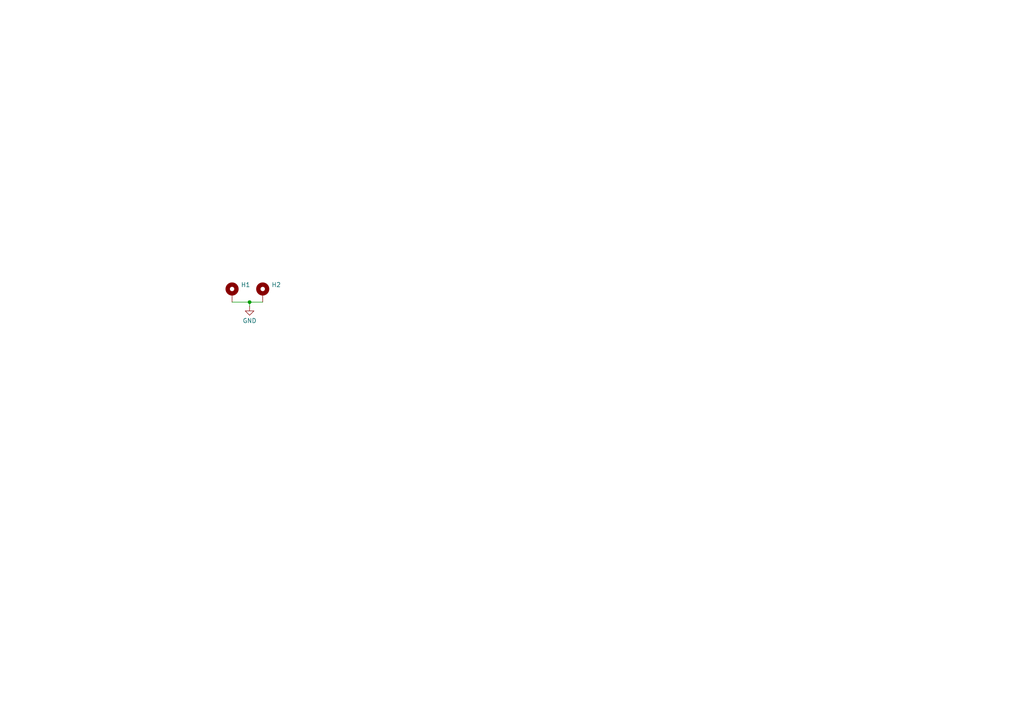
<source format=kicad_sch>
(kicad_sch
	(version 20231120)
	(generator "eeschema")
	(generator_version "8.0")
	(uuid "2a8d935a-315a-421f-a62b-248ab4ff1bc1")
	(paper "A4")
	(lib_symbols
		(symbol "Mechanical:MountingHole_Pad"
			(pin_numbers hide)
			(pin_names
				(offset 1.016) hide)
			(exclude_from_sim yes)
			(in_bom no)
			(on_board yes)
			(property "Reference" "H"
				(at 0 6.35 0)
				(effects
					(font
						(size 1.27 1.27)
					)
				)
			)
			(property "Value" "MountingHole_Pad"
				(at 0 4.445 0)
				(effects
					(font
						(size 1.27 1.27)
					)
				)
			)
			(property "Footprint" ""
				(at 0 0 0)
				(effects
					(font
						(size 1.27 1.27)
					)
					(hide yes)
				)
			)
			(property "Datasheet" "~"
				(at 0 0 0)
				(effects
					(font
						(size 1.27 1.27)
					)
					(hide yes)
				)
			)
			(property "Description" "Mounting Hole with connection"
				(at 0 0 0)
				(effects
					(font
						(size 1.27 1.27)
					)
					(hide yes)
				)
			)
			(property "ki_keywords" "mounting hole"
				(at 0 0 0)
				(effects
					(font
						(size 1.27 1.27)
					)
					(hide yes)
				)
			)
			(property "ki_fp_filters" "MountingHole*Pad*"
				(at 0 0 0)
				(effects
					(font
						(size 1.27 1.27)
					)
					(hide yes)
				)
			)
			(symbol "MountingHole_Pad_0_1"
				(circle
					(center 0 1.27)
					(radius 1.27)
					(stroke
						(width 1.27)
						(type default)
					)
					(fill
						(type none)
					)
				)
			)
			(symbol "MountingHole_Pad_1_1"
				(pin input line
					(at 0 -2.54 90)
					(length 2.54)
					(name "1"
						(effects
							(font
								(size 1.27 1.27)
							)
						)
					)
					(number "1"
						(effects
							(font
								(size 1.27 1.27)
							)
						)
					)
				)
			)
		)
		(symbol "power:GND"
			(power)
			(pin_numbers hide)
			(pin_names
				(offset 0) hide)
			(exclude_from_sim no)
			(in_bom yes)
			(on_board yes)
			(property "Reference" "#PWR"
				(at 0 -6.35 0)
				(effects
					(font
						(size 1.27 1.27)
					)
					(hide yes)
				)
			)
			(property "Value" "GND"
				(at 0 -3.81 0)
				(effects
					(font
						(size 1.27 1.27)
					)
				)
			)
			(property "Footprint" ""
				(at 0 0 0)
				(effects
					(font
						(size 1.27 1.27)
					)
					(hide yes)
				)
			)
			(property "Datasheet" ""
				(at 0 0 0)
				(effects
					(font
						(size 1.27 1.27)
					)
					(hide yes)
				)
			)
			(property "Description" "Power symbol creates a global label with name \"GND\" , ground"
				(at 0 0 0)
				(effects
					(font
						(size 1.27 1.27)
					)
					(hide yes)
				)
			)
			(property "ki_keywords" "global power"
				(at 0 0 0)
				(effects
					(font
						(size 1.27 1.27)
					)
					(hide yes)
				)
			)
			(symbol "GND_0_1"
				(polyline
					(pts
						(xy 0 0) (xy 0 -1.27) (xy 1.27 -1.27) (xy 0 -2.54) (xy -1.27 -1.27) (xy 0 -1.27)
					)
					(stroke
						(width 0)
						(type default)
					)
					(fill
						(type none)
					)
				)
			)
			(symbol "GND_1_1"
				(pin power_in line
					(at 0 0 270)
					(length 0)
					(name "~"
						(effects
							(font
								(size 1.27 1.27)
							)
						)
					)
					(number "1"
						(effects
							(font
								(size 1.27 1.27)
							)
						)
					)
				)
			)
		)
	)
	(junction
		(at 72.39 87.63)
		(diameter 0)
		(color 0 0 0 0)
		(uuid "3b37f3ab-2e95-4a69-9192-c8c42691a884")
	)
	(wire
		(pts
			(xy 67.31 87.63) (xy 72.39 87.63)
		)
		(stroke
			(width 0)
			(type default)
		)
		(uuid "38db3583-f860-4474-889b-c18e0d3a4dab")
	)
	(wire
		(pts
			(xy 72.39 87.63) (xy 76.2 87.63)
		)
		(stroke
			(width 0)
			(type default)
		)
		(uuid "77b5786c-c2d3-43c3-9009-127f172bc430")
	)
	(wire
		(pts
			(xy 72.39 87.63) (xy 72.39 88.9)
		)
		(stroke
			(width 0)
			(type default)
		)
		(uuid "a9589d61-2553-410e-aeb3-319b3a0f1a53")
	)
	(symbol
		(lib_id "Mechanical:MountingHole_Pad")
		(at 67.31 85.09 0)
		(unit 1)
		(exclude_from_sim yes)
		(in_bom no)
		(on_board yes)
		(dnp no)
		(fields_autoplaced yes)
		(uuid "2b0a12b9-e0f2-48c7-b155-c85eff352945")
		(property "Reference" "H1"
			(at 69.85 82.6078 0)
			(effects
				(font
					(size 1.27 1.27)
				)
				(justify left)
			)
		)
		(property "Value" "MountingHole_Pad"
			(at 69.85 85.0321 0)
			(effects
				(font
					(size 1.27 1.27)
				)
				(justify left)
				(hide yes)
			)
		)
		(property "Footprint" "BYOM_General:plated_rack_hole"
			(at 67.31 85.09 0)
			(effects
				(font
					(size 1.27 1.27)
				)
				(hide yes)
			)
		)
		(property "Datasheet" "~"
			(at 67.31 85.09 0)
			(effects
				(font
					(size 1.27 1.27)
				)
				(hide yes)
			)
		)
		(property "Description" "Mounting Hole with connection"
			(at 67.31 85.09 0)
			(effects
				(font
					(size 1.27 1.27)
				)
				(hide yes)
			)
		)
		(pin "1"
			(uuid "dec02265-2842-4fe4-a3af-d531ddf1d374")
		)
		(instances
			(project "EuroClack - Basic micro - panel"
				(path "/2a8d935a-315a-421f-a62b-248ab4ff1bc1"
					(reference "H1")
					(unit 1)
				)
			)
		)
	)
	(symbol
		(lib_id "power:GND")
		(at 72.39 88.9 0)
		(unit 1)
		(exclude_from_sim no)
		(in_bom yes)
		(on_board yes)
		(dnp no)
		(fields_autoplaced yes)
		(uuid "3ed9d766-c0f3-412a-a962-4409d9605ef9")
		(property "Reference" "#PWR01"
			(at 72.39 95.25 0)
			(effects
				(font
					(size 1.27 1.27)
				)
				(hide yes)
			)
		)
		(property "Value" "GND"
			(at 72.39 93.0331 0)
			(effects
				(font
					(size 1.27 1.27)
				)
			)
		)
		(property "Footprint" ""
			(at 72.39 88.9 0)
			(effects
				(font
					(size 1.27 1.27)
				)
				(hide yes)
			)
		)
		(property "Datasheet" ""
			(at 72.39 88.9 0)
			(effects
				(font
					(size 1.27 1.27)
				)
				(hide yes)
			)
		)
		(property "Description" "Power symbol creates a global label with name \"GND\" , ground"
			(at 72.39 88.9 0)
			(effects
				(font
					(size 1.27 1.27)
				)
				(hide yes)
			)
		)
		(pin "1"
			(uuid "aba947eb-2b5d-4305-96d8-6edace56dca4")
		)
		(instances
			(project "EuroClack - Basic micro - panel"
				(path "/2a8d935a-315a-421f-a62b-248ab4ff1bc1"
					(reference "#PWR01")
					(unit 1)
				)
			)
		)
	)
	(symbol
		(lib_id "Mechanical:MountingHole_Pad")
		(at 76.2 85.09 0)
		(unit 1)
		(exclude_from_sim yes)
		(in_bom no)
		(on_board yes)
		(dnp no)
		(fields_autoplaced yes)
		(uuid "88021916-8e08-4155-854c-5d6fe0487777")
		(property "Reference" "H2"
			(at 78.74 82.6078 0)
			(effects
				(font
					(size 1.27 1.27)
				)
				(justify left)
			)
		)
		(property "Value" "MountingHole_Pad"
			(at 78.74 85.0321 0)
			(effects
				(font
					(size 1.27 1.27)
				)
				(justify left)
				(hide yes)
			)
		)
		(property "Footprint" "BYOM_General:plated_rack_hole"
			(at 76.2 85.09 0)
			(effects
				(font
					(size 1.27 1.27)
				)
				(hide yes)
			)
		)
		(property "Datasheet" "~"
			(at 76.2 85.09 0)
			(effects
				(font
					(size 1.27 1.27)
				)
				(hide yes)
			)
		)
		(property "Description" "Mounting Hole with connection"
			(at 76.2 85.09 0)
			(effects
				(font
					(size 1.27 1.27)
				)
				(hide yes)
			)
		)
		(pin "1"
			(uuid "7cd5378f-c8f8-401a-8f94-5eee54d2a00b")
		)
		(instances
			(project "EuroClack - Basic micro - panel"
				(path "/2a8d935a-315a-421f-a62b-248ab4ff1bc1"
					(reference "H2")
					(unit 1)
				)
			)
		)
	)
	(sheet_instances
		(path "/"
			(page "1")
		)
	)
)
</source>
